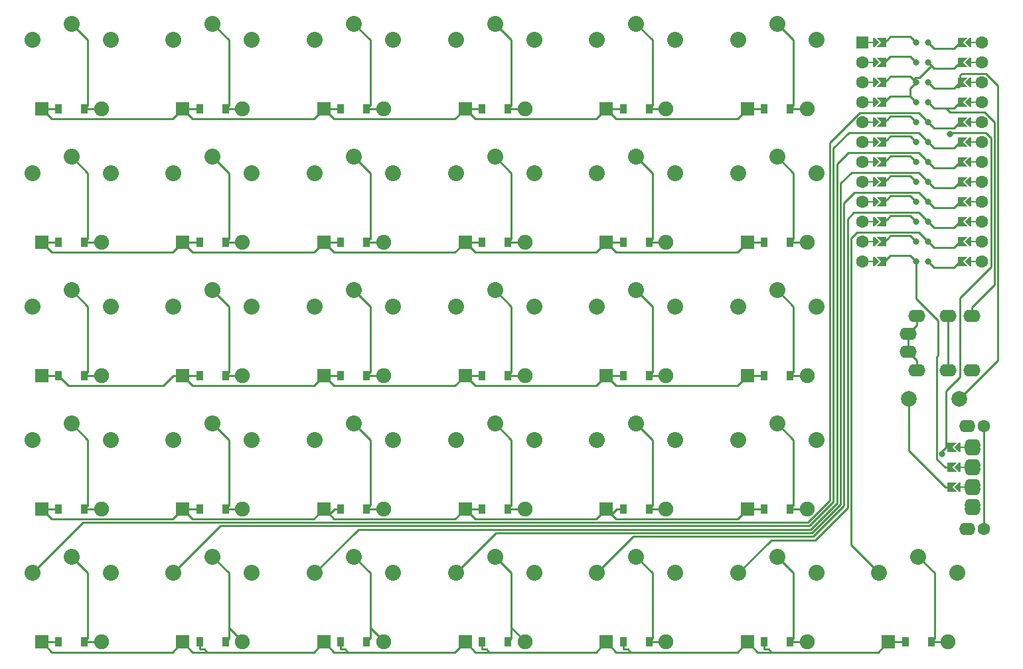
<source format=gbr>
%TF.GenerationSoftware,KiCad,Pcbnew,6.0.11-2627ca5db0~126~ubuntu22.04.1*%
%TF.CreationDate,2023-07-07T16:44:54-07:00*%
%TF.ProjectId,swirl,73776972-6c2e-46b6-9963-61645f706362,v1.0.0*%
%TF.SameCoordinates,Original*%
%TF.FileFunction,Copper,L1,Top*%
%TF.FilePolarity,Positive*%
%FSLAX46Y46*%
G04 Gerber Fmt 4.6, Leading zero omitted, Abs format (unit mm)*
G04 Created by KiCad (PCBNEW 6.0.11-2627ca5db0~126~ubuntu22.04.1) date 2023-07-07 16:44:54*
%MOMM*%
%LPD*%
G01*
G04 APERTURE LIST*
G04 Aperture macros list*
%AMFreePoly0*
4,1,6,0.600000,0.200000,0.000000,-0.400000,-0.600000,0.200000,-0.600000,0.400000,0.600000,0.400000,0.600000,0.200000,0.600000,0.200000,$1*%
%AMFreePoly1*
4,1,5,0.125000,-0.500000,-0.125000,-0.500000,-0.125000,0.500000,0.125000,0.500000,0.125000,-0.500000,0.125000,-0.500000,$1*%
%AMFreePoly2*
4,1,6,0.600000,-0.250000,-0.600000,-0.250000,-0.600000,1.000000,0.000000,0.400000,0.600000,1.000000,0.600000,-0.250000,0.600000,-0.250000,$1*%
%AMFreePoly3*
4,1,6,0.600000,-0.200000,0.600000,-0.400000,-0.600000,-0.400000,-0.600000,-0.200000,0.000000,0.400000,0.600000,-0.200000,0.600000,-0.200000,$1*%
%AMFreePoly4*
4,1,6,0.600000,-1.000000,0.000000,-0.400000,-0.600000,-1.000000,-0.600000,0.250000,0.600000,0.250000,0.600000,-1.000000,0.600000,-1.000000,$1*%
G04 Aperture macros list end*
%TA.AperFunction,ComponentPad*%
%ADD10O,2.200000X1.600000*%
%TD*%
%TA.AperFunction,ComponentPad*%
%ADD11C,2.000000*%
%TD*%
%TA.AperFunction,ComponentPad*%
%ADD12C,2.032000*%
%TD*%
%TA.AperFunction,ComponentPad*%
%ADD13R,1.778000X1.778000*%
%TD*%
%TA.AperFunction,SMDPad,CuDef*%
%ADD14R,0.900000X1.200000*%
%TD*%
%TA.AperFunction,ComponentPad*%
%ADD15C,1.905000*%
%TD*%
%TA.AperFunction,SMDPad,CuDef*%
%ADD16FreePoly0,270.000000*%
%TD*%
%TA.AperFunction,ComponentPad*%
%ADD17O,2.100000X1.600000*%
%TD*%
%TA.AperFunction,SMDPad,CuDef*%
%ADD18FreePoly1,270.000000*%
%TD*%
%TA.AperFunction,SMDPad,CuDef*%
%ADD19FreePoly2,270.000000*%
%TD*%
%TA.AperFunction,ComponentPad*%
%ADD20C,1.600000*%
%TD*%
%TA.AperFunction,SMDPad,CuDef*%
%ADD21FreePoly3,90.000000*%
%TD*%
%TA.AperFunction,SMDPad,CuDef*%
%ADD22FreePoly1,90.000000*%
%TD*%
%TA.AperFunction,SMDPad,CuDef*%
%ADD23FreePoly3,270.000000*%
%TD*%
%TA.AperFunction,ComponentPad*%
%ADD24R,1.600000X1.600000*%
%TD*%
%TA.AperFunction,SMDPad,CuDef*%
%ADD25FreePoly4,90.000000*%
%TD*%
%TA.AperFunction,SMDPad,CuDef*%
%ADD26FreePoly4,270.000000*%
%TD*%
%TA.AperFunction,ViaPad*%
%ADD27C,0.800000*%
%TD*%
%TA.AperFunction,Conductor*%
%ADD28C,0.250000*%
%TD*%
G04 APERTURE END LIST*
D10*
%TO.P,TRRS1,1*%
%TO.N,GND*%
X106700000Y32000000D03*
X106700000Y34300000D03*
%TO.P,TRRS1,2*%
X107800000Y29700000D03*
X107800000Y36600000D03*
%TO.P,TRRS1,3*%
%TO.N,P0*%
X111800000Y36600000D03*
X111800000Y29700000D03*
%TO.P,TRRS1,4*%
%TO.N,VCC*%
X114800000Y36600000D03*
X114800000Y29700000D03*
%TD*%
D11*
%TO.P,B1,1*%
%TO.N,GND*%
X106750000Y26000000D03*
%TO.P,B1,2*%
%TO.N,RST*%
X113250000Y26000000D03*
%TD*%
D12*
%TO.P,S25,1*%
%TO.N,SCLK*%
X67000000Y71800000D03*
X77000000Y71800000D03*
%TO.P,S25,2*%
%TO.N,index_num*%
X72000000Y73900000D03*
X72000000Y73900000D03*
%TD*%
D13*
%TO.P,D9,1*%
%TO.N,P5*%
X14190000Y46000000D03*
D14*
X16350000Y46000000D03*
%TO.P,D9,2*%
%TO.N,pinky_top*%
X19650000Y46000000D03*
D15*
X21810000Y46000000D03*
%TD*%
D12*
%TO.P,S8,1*%
%TO.N,P20*%
X23000000Y37800000D03*
X13000000Y37800000D03*
%TO.P,S8,2*%
%TO.N,pinky_home*%
X18000000Y39900000D03*
X18000000Y39900000D03*
%TD*%
D14*
%TO.P,D8,1*%
%TO.N,P6*%
X16350000Y29000000D03*
D13*
X14190000Y29000000D03*
D14*
%TO.P,D8,2*%
%TO.N,pinky_home*%
X19650000Y29000000D03*
D15*
X21810000Y29000000D03*
%TD*%
D14*
%TO.P,D1,1*%
%TO.N,P8*%
X-1650000Y-5000000D03*
D13*
X-3810000Y-5000000D03*
D14*
%TO.P,D1,2*%
%TO.N,outer_mod*%
X1650000Y-5000000D03*
D15*
X3810000Y-5000000D03*
%TD*%
D14*
%TO.P,D18,1*%
%TO.N,P6*%
X52350000Y29000000D03*
D13*
X50190000Y29000000D03*
D14*
%TO.P,D18,2*%
%TO.N,middle_home*%
X55650000Y29000000D03*
D15*
X57810000Y29000000D03*
%TD*%
D14*
%TO.P,D16,1*%
%TO.N,P8*%
X52350000Y-5000000D03*
D13*
X50190000Y-5000000D03*
D15*
%TO.P,D16,2*%
%TO.N,middle_mod*%
X57810000Y-5000000D03*
D14*
X55650000Y-5000000D03*
%TD*%
D12*
%TO.P,S30,1*%
%TO.N,MISO*%
X85000000Y71800000D03*
X95000000Y71800000D03*
%TO.P,S30,2*%
%TO.N,inner_num*%
X90000000Y73900000D03*
X90000000Y73900000D03*
%TD*%
D16*
%TO.P,EN1,*%
%TO.N,*%
X113000000Y19810000D03*
D17*
X114875000Y14992000D03*
X114875000Y17532000D03*
X114875000Y20072000D03*
X114875000Y14468000D03*
X114875000Y19548000D03*
D18*
X113508000Y19810000D03*
D16*
X113000000Y14730000D03*
D17*
X114875000Y11928000D03*
D18*
X113508000Y14730000D03*
D16*
X113000000Y17270000D03*
D18*
X113508000Y17270000D03*
D17*
X114875000Y12452000D03*
X114875000Y17008000D03*
D19*
%TO.P,EN1,A*%
%TO.N,SDA*%
X111984000Y19810000D03*
%TO.P,EN1,B*%
%TO.N,P9*%
X111984000Y17270000D03*
%TO.P,EN1,GND*%
%TO.N,GND*%
X111984000Y14730000D03*
D20*
%TO.P,EN1,S1*%
%TO.N,P1*%
X116350000Y9452000D03*
X116350000Y22548000D03*
D17*
%TO.P,EN1,S2*%
%TO.N,P10*%
X114250000Y9452000D03*
X114250000Y22548000D03*
%TD*%
D13*
%TO.P,D4,1*%
%TO.N,P5*%
X-3810000Y46000000D03*
D14*
X-1650000Y46000000D03*
%TO.P,D4,2*%
%TO.N,outer_top*%
X1650000Y46000000D03*
D15*
X3810000Y46000000D03*
%TD*%
D12*
%TO.P,S21,1*%
%TO.N,SCLK*%
X67000000Y3800000D03*
X77000000Y3800000D03*
%TO.P,S21,2*%
%TO.N,index_mod*%
X72000000Y5900000D03*
X72000000Y5900000D03*
%TD*%
D14*
%TO.P,D31,1*%
%TO.N,P8*%
X106350000Y-5000000D03*
D13*
X104190000Y-5000000D03*
D15*
%TO.P,D31,2*%
%TO.N,extraInner_mod*%
X111810000Y-5000000D03*
D14*
X109650000Y-5000000D03*
%TD*%
D12*
%TO.P,S22,1*%
%TO.N,SCLK*%
X77000000Y20800000D03*
X67000000Y20800000D03*
%TO.P,S22,2*%
%TO.N,index_bottom*%
X72000000Y22900000D03*
X72000000Y22900000D03*
%TD*%
D14*
%TO.P,D6,1*%
%TO.N,P8*%
X16350000Y-5000000D03*
D13*
X14190000Y-5000000D03*
D15*
%TO.P,D6,2*%
%TO.N,pinky_mod*%
X21810000Y-5000000D03*
D14*
X19650000Y-5000000D03*
%TD*%
D12*
%TO.P,S3,1*%
%TO.N,P21*%
X-5000000Y37800000D03*
X5000000Y37800000D03*
%TO.P,S3,2*%
%TO.N,outer_home*%
X0Y39900000D03*
X0Y39900000D03*
%TD*%
D13*
%TO.P,D29,1*%
%TO.N,P5*%
X86190000Y46000000D03*
D14*
X88350000Y46000000D03*
%TO.P,D29,2*%
%TO.N,inner_top*%
X91650000Y46000000D03*
D15*
X93810000Y46000000D03*
%TD*%
D14*
%TO.P,D23,1*%
%TO.N,P6*%
X70350000Y29000000D03*
D13*
X68190000Y29000000D03*
D14*
%TO.P,D23,2*%
%TO.N,index_home*%
X73650000Y29000000D03*
D15*
X75810000Y29000000D03*
%TD*%
D14*
%TO.P,D3,1*%
%TO.N,P6*%
X-1650000Y29000000D03*
D13*
X-3810000Y29000000D03*
D14*
%TO.P,D3,2*%
%TO.N,outer_home*%
X1650000Y29000000D03*
D15*
X3810000Y29000000D03*
%TD*%
D12*
%TO.P,S31,1*%
%TO.N,MOSI*%
X113000000Y3800000D03*
X103000000Y3800000D03*
%TO.P,S31,2*%
%TO.N,extraInner_mod*%
X108000000Y5900000D03*
X108000000Y5900000D03*
%TD*%
D14*
%TO.P,D15,1*%
%TO.N,P4*%
X34350000Y63000000D03*
D13*
X32190000Y63000000D03*
D15*
%TO.P,D15,2*%
%TO.N,ring_num*%
X39810000Y63000000D03*
D14*
X37650000Y63000000D03*
%TD*%
D12*
%TO.P,S6,1*%
%TO.N,P20*%
X13000000Y3800000D03*
X23000000Y3800000D03*
%TO.P,S6,2*%
%TO.N,pinky_mod*%
X18000000Y5900000D03*
X18000000Y5900000D03*
%TD*%
%TO.P,S14,1*%
%TO.N,P19*%
X41000000Y54800000D03*
X31000000Y54800000D03*
%TO.P,S14,2*%
%TO.N,ring_top*%
X36000000Y56900000D03*
X36000000Y56900000D03*
%TD*%
%TO.P,S4,1*%
%TO.N,P21*%
X5000000Y54800000D03*
X-5000000Y54800000D03*
%TO.P,S4,2*%
%TO.N,outer_top*%
X0Y56900000D03*
X0Y56900000D03*
%TD*%
D14*
%TO.P,D27,1*%
%TO.N,P7*%
X88350000Y12000000D03*
D13*
X86190000Y12000000D03*
D15*
%TO.P,D27,2*%
%TO.N,inner_bottom*%
X93810000Y12000000D03*
D14*
X91650000Y12000000D03*
%TD*%
D12*
%TO.P,S24,1*%
%TO.N,SCLK*%
X77000000Y54800000D03*
X67000000Y54800000D03*
%TO.P,S24,2*%
%TO.N,index_top*%
X72000000Y56900000D03*
X72000000Y56900000D03*
%TD*%
D14*
%TO.P,D24,1*%
%TO.N,P5*%
X70350000Y46000000D03*
D13*
X68190000Y46000000D03*
D14*
%TO.P,D24,2*%
%TO.N,index_top*%
X73650000Y46000000D03*
D15*
X75810000Y46000000D03*
%TD*%
D14*
%TO.P,D13,1*%
%TO.N,P6*%
X34350000Y29000000D03*
D13*
X32190000Y29000000D03*
D14*
%TO.P,D13,2*%
%TO.N,ring_home*%
X37650000Y29000000D03*
D15*
X39810000Y29000000D03*
%TD*%
D12*
%TO.P,S9,1*%
%TO.N,P20*%
X13000000Y54800000D03*
X23000000Y54800000D03*
%TO.P,S9,2*%
%TO.N,pinky_top*%
X18000000Y56900000D03*
X18000000Y56900000D03*
%TD*%
%TO.P,S1,1*%
%TO.N,P21*%
X5000000Y3800000D03*
X-5000000Y3800000D03*
%TO.P,S1,2*%
%TO.N,outer_mod*%
X0Y5900000D03*
X0Y5900000D03*
%TD*%
D13*
%TO.P,D2,1*%
%TO.N,P7*%
X-3810000Y12000000D03*
D14*
X-1650000Y12000000D03*
D15*
%TO.P,D2,2*%
%TO.N,outer_bottom*%
X3810000Y12000000D03*
D14*
X1650000Y12000000D03*
%TD*%
D12*
%TO.P,S5,1*%
%TO.N,P21*%
X5000000Y71800000D03*
X-5000000Y71800000D03*
%TO.P,S5,2*%
%TO.N,outer_num*%
X0Y73900000D03*
X0Y73900000D03*
%TD*%
D13*
%TO.P,D11,1*%
%TO.N,P8*%
X32190000Y-5000000D03*
D14*
X34350000Y-5000000D03*
D15*
%TO.P,D11,2*%
%TO.N,ring_mod*%
X39810000Y-5000000D03*
D14*
X37650000Y-5000000D03*
%TD*%
D13*
%TO.P,D30,1*%
%TO.N,P4*%
X86190000Y63000000D03*
D14*
X88350000Y63000000D03*
D15*
%TO.P,D30,2*%
%TO.N,inner_num*%
X93810000Y63000000D03*
D14*
X91650000Y63000000D03*
%TD*%
D12*
%TO.P,S20,1*%
%TO.N,P18*%
X49000000Y71800000D03*
X59000000Y71800000D03*
%TO.P,S20,2*%
%TO.N,middle_num*%
X54000000Y73900000D03*
X54000000Y73900000D03*
%TD*%
%TO.P,S19,1*%
%TO.N,P18*%
X49000000Y54800000D03*
X59000000Y54800000D03*
%TO.P,S19,2*%
%TO.N,middle_top*%
X54000000Y56900000D03*
X54000000Y56900000D03*
%TD*%
%TO.P,S23,1*%
%TO.N,SCLK*%
X77000000Y37800000D03*
X67000000Y37800000D03*
%TO.P,S23,2*%
%TO.N,index_home*%
X72000000Y39900000D03*
X72000000Y39900000D03*
%TD*%
D14*
%TO.P,D25,1*%
%TO.N,P4*%
X70350000Y63000000D03*
D13*
X68190000Y63000000D03*
D14*
%TO.P,D25,2*%
%TO.N,index_num*%
X73650000Y63000000D03*
D15*
X75810000Y63000000D03*
%TD*%
D14*
%TO.P,D28,1*%
%TO.N,P6*%
X88350000Y29000000D03*
D13*
X86190000Y29000000D03*
D15*
%TO.P,D28,2*%
%TO.N,inner_home*%
X93810000Y29000000D03*
D14*
X91650000Y29000000D03*
%TD*%
D12*
%TO.P,S26,1*%
%TO.N,MISO*%
X95000000Y3800000D03*
X85000000Y3800000D03*
%TO.P,S26,2*%
%TO.N,inner_mod*%
X90000000Y5900000D03*
X90000000Y5900000D03*
%TD*%
%TO.P,S18,1*%
%TO.N,P18*%
X49000000Y37800000D03*
X59000000Y37800000D03*
%TO.P,S18,2*%
%TO.N,middle_home*%
X54000000Y39900000D03*
X54000000Y39900000D03*
%TD*%
%TO.P,S28,1*%
%TO.N,MISO*%
X95000000Y37800000D03*
X85000000Y37800000D03*
%TO.P,S28,2*%
%TO.N,inner_home*%
X90000000Y39900000D03*
X90000000Y39900000D03*
%TD*%
%TO.P,S10,1*%
%TO.N,P20*%
X23000000Y71800000D03*
X13000000Y71800000D03*
%TO.P,S10,2*%
%TO.N,pinky_num*%
X18000000Y73900000D03*
X18000000Y73900000D03*
%TD*%
D14*
%TO.P,D20,1*%
%TO.N,P4*%
X52350000Y63000000D03*
D13*
X50190000Y63000000D03*
D14*
%TO.P,D20,2*%
%TO.N,middle_num*%
X55650000Y63000000D03*
D15*
X57810000Y63000000D03*
%TD*%
D12*
%TO.P,S27,1*%
%TO.N,MISO*%
X85000000Y20800000D03*
X95000000Y20800000D03*
%TO.P,S27,2*%
%TO.N,inner_bottom*%
X90000000Y22900000D03*
X90000000Y22900000D03*
%TD*%
D14*
%TO.P,D12,1*%
%TO.N,P7*%
X34350000Y12000000D03*
D13*
X32190000Y12000000D03*
D14*
%TO.P,D12,2*%
%TO.N,ring_bottom*%
X37650000Y12000000D03*
D15*
X39810000Y12000000D03*
%TD*%
D13*
%TO.P,D14,1*%
%TO.N,P5*%
X32190000Y46000000D03*
D14*
X34350000Y46000000D03*
%TO.P,D14,2*%
%TO.N,ring_top*%
X37650000Y46000000D03*
D15*
X39810000Y46000000D03*
%TD*%
D14*
%TO.P,D5,1*%
%TO.N,P4*%
X-1650000Y63000000D03*
D13*
X-3810000Y63000000D03*
D14*
%TO.P,D5,2*%
%TO.N,outer_num*%
X1650000Y63000000D03*
D15*
X3810000Y63000000D03*
%TD*%
D12*
%TO.P,S7,1*%
%TO.N,P20*%
X23000000Y20800000D03*
X13000000Y20800000D03*
%TO.P,S7,2*%
%TO.N,pinky_bottom*%
X18000000Y22900000D03*
X18000000Y22900000D03*
%TD*%
D14*
%TO.P,D22,1*%
%TO.N,P7*%
X70350000Y12000000D03*
D13*
X68190000Y12000000D03*
D14*
%TO.P,D22,2*%
%TO.N,index_bottom*%
X73650000Y12000000D03*
D15*
X75810000Y12000000D03*
%TD*%
D14*
%TO.P,D7,1*%
%TO.N,P7*%
X16350000Y12000000D03*
D13*
X14190000Y12000000D03*
D15*
%TO.P,D7,2*%
%TO.N,pinky_bottom*%
X21810000Y12000000D03*
D14*
X19650000Y12000000D03*
%TD*%
%TO.P,D26,1*%
%TO.N,P8*%
X88350000Y-5000000D03*
D13*
X86190000Y-5000000D03*
D15*
%TO.P,D26,2*%
%TO.N,inner_mod*%
X93810000Y-5000000D03*
D14*
X91650000Y-5000000D03*
%TD*%
D13*
%TO.P,D17,1*%
%TO.N,P7*%
X50190000Y12000000D03*
D14*
X52350000Y12000000D03*
D15*
%TO.P,D17,2*%
%TO.N,middle_bottom*%
X57810000Y12000000D03*
D14*
X55650000Y12000000D03*
%TD*%
%TO.P,D10,1*%
%TO.N,P4*%
X16350000Y63000000D03*
D13*
X14190000Y63000000D03*
D14*
%TO.P,D10,2*%
%TO.N,pinky_num*%
X19650000Y63000000D03*
D15*
X21810000Y63000000D03*
%TD*%
D13*
%TO.P,D21,1*%
%TO.N,P8*%
X68190000Y-5000000D03*
D14*
X70350000Y-5000000D03*
%TO.P,D21,2*%
%TO.N,index_mod*%
X73650000Y-5000000D03*
D15*
X75810000Y-5000000D03*
%TD*%
D12*
%TO.P,S12,1*%
%TO.N,P19*%
X41000000Y20800000D03*
X31000000Y20800000D03*
%TO.P,S12,2*%
%TO.N,ring_bottom*%
X36000000Y22900000D03*
X36000000Y22900000D03*
%TD*%
%TO.P,S29,1*%
%TO.N,MISO*%
X95000000Y54800000D03*
X85000000Y54800000D03*
%TO.P,S29,2*%
%TO.N,inner_top*%
X90000000Y56900000D03*
X90000000Y56900000D03*
%TD*%
%TO.P,S13,1*%
%TO.N,P19*%
X31000000Y37800000D03*
X41000000Y37800000D03*
%TO.P,S13,2*%
%TO.N,ring_home*%
X36000000Y39900000D03*
X36000000Y39900000D03*
%TD*%
%TO.P,S11,1*%
%TO.N,P19*%
X41000000Y3800000D03*
X31000000Y3800000D03*
%TO.P,S11,2*%
%TO.N,ring_mod*%
X36000000Y5900000D03*
X36000000Y5900000D03*
%TD*%
%TO.P,S2,1*%
%TO.N,P21*%
X5000000Y20800000D03*
X-5000000Y20800000D03*
%TO.P,S2,2*%
%TO.N,outer_bottom*%
X0Y22900000D03*
X0Y22900000D03*
%TD*%
%TO.P,S15,1*%
%TO.N,P19*%
X31000000Y71800000D03*
X41000000Y71800000D03*
%TO.P,S15,2*%
%TO.N,ring_num*%
X36000000Y73900000D03*
X36000000Y73900000D03*
%TD*%
D14*
%TO.P,D19,1*%
%TO.N,P5*%
X52350000Y46000000D03*
D13*
X50190000Y46000000D03*
D15*
%TO.P,D19,2*%
%TO.N,middle_top*%
X57810000Y46000000D03*
D14*
X55650000Y46000000D03*
%TD*%
D12*
%TO.P,S17,1*%
%TO.N,P18*%
X59000000Y20800000D03*
X49000000Y20800000D03*
%TO.P,S17,2*%
%TO.N,middle_bottom*%
X54000000Y22900000D03*
X54000000Y22900000D03*
%TD*%
%TO.P,S16,1*%
%TO.N,P18*%
X59000000Y3800000D03*
X49000000Y3800000D03*
%TO.P,S16,2*%
%TO.N,middle_mod*%
X54000000Y5900000D03*
X54000000Y5900000D03*
%TD*%
D21*
%TO.P,MCU1,*%
%TO.N,*%
X114342000Y46070000D03*
D22*
X114850000Y66390000D03*
D21*
X114342000Y48610000D03*
D23*
X102658000Y63850000D03*
D18*
X102150000Y46070000D03*
X102150000Y61310000D03*
D20*
X116120000Y53690000D03*
D18*
X102150000Y51150000D03*
D20*
X116120000Y66390000D03*
D23*
X102658000Y68930000D03*
X102658000Y61310000D03*
D21*
X114342000Y68930000D03*
X114342000Y58770000D03*
D22*
X114850000Y56230000D03*
D20*
X100880000Y43530000D03*
X100880000Y46070000D03*
X100880000Y56230000D03*
X100880000Y58770000D03*
D22*
X114850000Y43530000D03*
D23*
X102658000Y53690000D03*
D22*
X114850000Y63850000D03*
D18*
X102150000Y68930000D03*
D20*
X100880000Y63850000D03*
D21*
X114342000Y63850000D03*
D20*
X116120000Y63850000D03*
D18*
X102150000Y66390000D03*
D20*
X100880000Y51150000D03*
D21*
X114342000Y51150000D03*
D22*
X114850000Y61310000D03*
D21*
X114342000Y66390000D03*
D23*
X102658000Y48610000D03*
D20*
X116120000Y61310000D03*
D23*
X102658000Y46070000D03*
D20*
X100880000Y53690000D03*
D21*
X114342000Y71470000D03*
X114342000Y53690000D03*
D20*
X116120000Y71470000D03*
D18*
X102150000Y43530000D03*
D20*
X116120000Y43530000D03*
X100880000Y61310000D03*
X116120000Y48610000D03*
D23*
X102658000Y51150000D03*
D22*
X114850000Y46070000D03*
D18*
X102150000Y48610000D03*
X102150000Y71470000D03*
D22*
X114850000Y51150000D03*
D21*
X114342000Y61310000D03*
D22*
X114850000Y71470000D03*
D18*
X102150000Y63850000D03*
D22*
X114850000Y53690000D03*
D20*
X116120000Y56230000D03*
D24*
X100880000Y71470000D03*
D18*
X102150000Y56230000D03*
X102150000Y58770000D03*
D20*
X100880000Y68930000D03*
D18*
X102150000Y53690000D03*
D23*
X102658000Y71470000D03*
X102658000Y66390000D03*
D22*
X114850000Y58770000D03*
D23*
X102658000Y58770000D03*
X102658000Y43530000D03*
D20*
X100880000Y66390000D03*
X100880000Y71470000D03*
X116120000Y58770000D03*
X100880000Y48610000D03*
D23*
X102658000Y56230000D03*
D20*
X116120000Y51150000D03*
D21*
X114342000Y43530000D03*
D20*
X116120000Y68930000D03*
X116120000Y46070000D03*
D21*
X114342000Y56230000D03*
D22*
X114850000Y68930000D03*
X114850000Y48610000D03*
D25*
%TO.P,MCU1,1*%
%TO.N,RAW*%
X113326000Y71470000D03*
%TO.P,MCU1,2*%
%TO.N,GND*%
X113326000Y68930000D03*
%TO.P,MCU1,3*%
%TO.N,RST*%
X113326000Y66390000D03*
%TO.P,MCU1,4*%
%TO.N,VCC*%
X113326000Y63850000D03*
%TO.P,MCU1,5*%
%TO.N,P21*%
X113326000Y61310000D03*
%TO.P,MCU1,6*%
%TO.N,P20*%
X113326000Y58770000D03*
%TO.P,MCU1,7*%
%TO.N,P19*%
X113326000Y56230000D03*
%TO.P,MCU1,8*%
%TO.N,P18*%
X113326000Y53690000D03*
%TO.P,MCU1,9*%
%TO.N,SCLK*%
X113326000Y51150000D03*
%TO.P,MCU1,10*%
%TO.N,MISO*%
X113326000Y48610000D03*
%TO.P,MCU1,11*%
%TO.N,MOSI*%
X113326000Y46070000D03*
%TO.P,MCU1,12*%
%TO.N,P10*%
X113326000Y43530000D03*
D26*
%TO.P,MCU1,13*%
%TO.N,P9*%
X103674000Y43530000D03*
%TO.P,MCU1,14*%
%TO.N,P8*%
X103674000Y46070000D03*
%TO.P,MCU1,15*%
%TO.N,P7*%
X103674000Y48610000D03*
%TO.P,MCU1,16*%
%TO.N,P6*%
X103674000Y51150000D03*
%TO.P,MCU1,17*%
%TO.N,P5*%
X103674000Y53690000D03*
%TO.P,MCU1,18*%
%TO.N,P4*%
X103674000Y56230000D03*
%TO.P,MCU1,19*%
%TO.N,SCL*%
X103674000Y58770000D03*
%TO.P,MCU1,20*%
%TO.N,SDA*%
X103674000Y61310000D03*
%TO.P,MCU1,21*%
%TO.N,GND*%
X103674000Y63850000D03*
%TO.P,MCU1,22*%
X103674000Y66390000D03*
%TO.P,MCU1,23*%
%TO.N,P0*%
X103674000Y68930000D03*
%TO.P,MCU1,24*%
%TO.N,P1*%
X103674000Y71470000D03*
%TD*%
D27*
%TO.N,P10*%
X109262000Y43530000D03*
%TO.N,VCC*%
X109262000Y63850000D03*
%TO.N,RST*%
X109262000Y66390000D03*
%TO.N,GND*%
X107738000Y63850000D03*
X107738000Y66390000D03*
X109262000Y68930000D03*
%TO.N,RAW*%
X109262000Y71470000D03*
%TO.N,P9*%
X107738000Y43530000D03*
%TO.N,SCL*%
X107738000Y58770000D03*
%TO.N,SDA*%
X107738000Y61310000D03*
X111047000Y18969200D03*
X112038000Y59787300D03*
%TO.N,P0*%
X107738000Y68930000D03*
%TO.N,P1*%
X107738000Y71470000D03*
%TO.N,P4*%
X107738000Y56230000D03*
%TO.N,P5*%
X107738000Y53690000D03*
%TO.N,P6*%
X107738000Y51150000D03*
%TO.N,P7*%
X107738000Y48610000D03*
%TO.N,P8*%
X107738000Y46070000D03*
%TO.N,MOSI*%
X109262000Y46070000D03*
%TO.N,MISO*%
X109262000Y48610000D03*
%TO.N,SCLK*%
X109262000Y51150000D03*
%TO.N,P18*%
X109262000Y53690000D03*
%TO.N,P19*%
X109262000Y56230000D03*
%TO.N,P20*%
X109262000Y58770000D03*
%TO.N,P21*%
X109262000Y61310000D03*
%TD*%
D28*
%TO.N,P10*%
X112560000Y42764000D02*
X113326000Y43530000D01*
X110028000Y42764000D02*
X112560000Y42764000D01*
X109262000Y43530000D02*
X110028000Y42764000D01*
%TO.N,VCC*%
X110028000Y63084000D02*
X111565300Y63084000D01*
X109262000Y63850000D02*
X110028000Y63084000D01*
X112560000Y63084000D02*
X113326000Y63850000D01*
X111565300Y63084000D02*
X112560000Y63084000D01*
X114800000Y36600000D02*
X114800000Y37726900D01*
X112069300Y62580000D02*
X111565300Y63084000D01*
X116474500Y62580000D02*
X112069300Y62580000D01*
X117698900Y61355600D02*
X116474500Y62580000D01*
X117698900Y40625800D02*
X117698900Y61355600D01*
X114800000Y37726900D02*
X117698900Y40625800D01*
%TO.N,RST*%
X112726000Y65789900D02*
X113196000Y65789900D01*
X112560000Y65624000D02*
X112726000Y65789900D01*
X110028000Y65624000D02*
X112560000Y65624000D01*
X109262000Y66390000D02*
X110028000Y65624000D01*
X113326000Y66390000D02*
X112726000Y65789900D01*
X113326000Y66390000D02*
X113326000Y67316900D01*
X113526000Y67516900D02*
X113326000Y67316900D01*
X116618200Y67516900D02*
X113526000Y67516900D01*
X118150800Y65984300D02*
X116618200Y67516900D01*
X118150800Y30900800D02*
X118150800Y65984300D01*
X113250000Y26000000D02*
X118150800Y30900800D01*
%TO.N,GND*%
X104051000Y66760800D02*
X103668000Y66377800D01*
X103846000Y64015900D02*
X103668000Y63837800D01*
X107729000Y66380900D02*
X107348000Y66762400D01*
X107738000Y66390000D02*
X107729000Y66380900D01*
X104434000Y64603800D02*
X103846000Y64015900D01*
X106966000Y64603800D02*
X104434000Y64603800D01*
X104045000Y66760800D02*
X103674000Y66390000D01*
X104051000Y66760800D02*
X104045000Y66760800D01*
X104434000Y67143800D02*
X104051000Y66760800D01*
X106966000Y67143800D02*
X104434000Y67143800D01*
X107348000Y66762400D02*
X106966000Y67143800D01*
X107800000Y30900000D02*
X106700000Y32000000D01*
X107800000Y29700000D02*
X107800000Y30900000D01*
X112560000Y68164000D02*
X113326000Y68930000D01*
X110028000Y68164000D02*
X112560000Y68164000D01*
X109645000Y68547000D02*
X110028000Y68164000D01*
X106700000Y34300000D02*
X106700000Y32000000D01*
X103840000Y64015900D02*
X103674000Y63850000D01*
X103846000Y64015900D02*
X103840000Y64015900D01*
X107601000Y67015500D02*
X107348000Y66762400D01*
X108114000Y67015500D02*
X107601000Y67015500D01*
X109645000Y68547000D02*
X108114000Y67015500D01*
X107800000Y35400000D02*
X106700000Y34300000D01*
X107800000Y36600000D02*
X107800000Y35400000D01*
X109262000Y68930000D02*
X109645000Y68547000D01*
X106966000Y65614900D02*
X106966000Y64603800D01*
X107730000Y66379400D02*
X106966000Y65614900D01*
X107729000Y66380900D02*
X107730000Y66379400D01*
X107729000Y63840900D02*
X106966000Y64603800D01*
X107738000Y63850000D02*
X107729000Y63840900D01*
X106750000Y19387100D02*
X111407100Y14730000D01*
X106750000Y26000000D02*
X106750000Y19387100D01*
X111984000Y14730000D02*
X111407100Y14730000D01*
%TO.N,RAW*%
X112560000Y70704000D02*
X113326000Y71470000D01*
X110028000Y70704000D02*
X112560000Y70704000D01*
X109262000Y71470000D02*
X110028000Y70704000D01*
%TO.N,P9*%
X103846000Y43695900D02*
X103668000Y43517800D01*
X103840000Y43695900D02*
X103674000Y43530000D01*
X103846000Y43695900D02*
X103840000Y43695900D01*
X107738000Y43530000D02*
X107729000Y43520900D01*
X104434000Y44283800D02*
X103846000Y43695900D01*
X106966000Y44283800D02*
X104434000Y44283800D01*
X107729000Y43520900D02*
X106966000Y44283800D01*
X111984000Y17270000D02*
X111407100Y17270000D01*
X107729000Y38777300D02*
X107729000Y43520900D01*
X110495800Y36010500D02*
X107729000Y38777300D01*
X110495800Y31572800D02*
X110495800Y36010500D01*
X110319200Y31396200D02*
X110495800Y31572800D01*
X110319200Y18357900D02*
X110319200Y31396200D01*
X111407100Y17270000D02*
X110319200Y18357900D01*
%TO.N,SCL*%
X104051000Y59140800D02*
X103668000Y58757800D01*
X104434000Y59523800D02*
X104051000Y59140800D01*
X106966000Y59523800D02*
X104434000Y59523800D01*
X107349000Y59140800D02*
X106966000Y59523800D01*
X107732000Y58757800D02*
X107349000Y59140800D01*
X107367000Y59140800D02*
X107738000Y58770000D01*
X107349000Y59140800D02*
X107367000Y59140800D01*
X104045000Y59140800D02*
X103674000Y58770000D01*
X104051000Y59140800D02*
X104045000Y59140800D01*
%TO.N,SDA*%
X107738000Y61310000D02*
X107729000Y61300900D01*
X107729000Y61300900D02*
X107732000Y61297800D01*
X104051000Y61680800D02*
X103668000Y61297800D01*
X104434000Y62063800D02*
X104051000Y61680800D01*
X106966000Y62063800D02*
X104434000Y62063800D01*
X107729000Y61300900D02*
X106966000Y62063800D01*
X104045000Y61680800D02*
X103674000Y61310000D01*
X104051000Y61680800D02*
X104045000Y61680800D01*
X111984000Y19810000D02*
X111520500Y19810000D01*
X112185800Y59935100D02*
X112038000Y59787300D01*
X116603600Y59935100D02*
X112185800Y59935100D01*
X117247000Y59291700D02*
X116603600Y59935100D01*
X117247000Y42872700D02*
X117247000Y59291700D01*
X113300000Y38925700D02*
X117247000Y42872700D01*
X113300000Y28840800D02*
X113300000Y38925700D01*
X111520500Y27061300D02*
X113300000Y28840800D01*
X111520500Y19810000D02*
X111520500Y27061300D01*
X111047000Y19336500D02*
X111520500Y19810000D01*
X111047000Y18969200D02*
X111047000Y19336500D01*
%TO.N,P0*%
X103846000Y69095900D02*
X103668000Y68917800D01*
X103840000Y69095900D02*
X103674000Y68930000D01*
X103846000Y69095900D02*
X103840000Y69095900D01*
X104434000Y69683800D02*
X103846000Y69095900D01*
X106966000Y69683800D02*
X104434000Y69683800D01*
X107729000Y68920900D02*
X106966000Y69683800D01*
X107738000Y68930000D02*
X107729000Y68920900D01*
X111800000Y36600000D02*
X111800000Y35586500D01*
X111800000Y35586500D02*
X111800000Y30826900D01*
X111800000Y29700000D02*
X111800000Y30826900D01*
%TO.N,P1*%
X107367000Y71840800D02*
X107738000Y71470000D01*
X107349000Y71840800D02*
X107367000Y71840800D01*
X104045000Y71840800D02*
X103674000Y71470000D01*
X104051000Y71840800D02*
X104045000Y71840800D01*
X107732000Y71457800D02*
X107349000Y71840800D01*
X104434000Y72223800D02*
X104051000Y71840800D01*
X106966000Y72223800D02*
X104434000Y72223800D01*
X107349000Y71840800D02*
X106966000Y72223800D01*
X104051000Y71840800D02*
X103668000Y71457800D01*
X116350000Y22150000D02*
X116350000Y9452000D01*
X116350000Y22150000D02*
X116350000Y22548000D01*
%TO.N,P4*%
X68190000Y63000000D02*
X70350000Y63000000D01*
X104051000Y56600800D02*
X103668000Y56217800D01*
X50190000Y63000000D02*
X52350000Y63000000D01*
X-3810000Y63000000D02*
X-1650000Y63000000D01*
X66913000Y61723000D02*
X68190000Y63000000D01*
X51467000Y61723000D02*
X66913000Y61723000D01*
X50190000Y63000000D02*
X51467000Y61723000D01*
X104045000Y56600800D02*
X103674000Y56230000D01*
X104051000Y56600800D02*
X104045000Y56600800D01*
X32190000Y63000000D02*
X34350000Y63000000D01*
X12913000Y61723000D02*
X14190000Y63000000D01*
X-2533000Y61723000D02*
X12913000Y61723000D01*
X-3810000Y63000000D02*
X-2533000Y61723000D01*
X88350000Y63000000D02*
X86190000Y63000000D01*
X84913000Y61723000D02*
X86190000Y63000000D01*
X69467000Y61723000D02*
X84913000Y61723000D01*
X68190000Y63000000D02*
X69467000Y61723000D01*
X48913000Y61723000D02*
X50190000Y63000000D01*
X33467000Y61723000D02*
X48913000Y61723000D01*
X32190000Y63000000D02*
X33467000Y61723000D01*
X104434000Y56983800D02*
X104051000Y56600800D01*
X106966000Y56983800D02*
X104434000Y56983800D01*
X107729000Y56220900D02*
X106966000Y56983800D01*
X107738000Y56230000D02*
X107729000Y56220900D01*
X16350000Y63000000D02*
X14190000Y63000000D01*
X30913000Y61723000D02*
X32190000Y63000000D01*
X15467000Y61723000D02*
X30913000Y61723000D01*
X14190000Y63000000D02*
X15467000Y61723000D01*
%TO.N,P5*%
X12913000Y44723000D02*
X14190000Y46000000D01*
X-2533000Y44723000D02*
X12913000Y44723000D01*
X-3810000Y46000000D02*
X-2533000Y44723000D01*
X104051000Y54060800D02*
X103668000Y53677800D01*
X-1650000Y46000000D02*
X-3810000Y46000000D01*
X14190000Y46000000D02*
X16350000Y46000000D01*
X104045000Y54060800D02*
X103674000Y53690000D01*
X104051000Y54060800D02*
X104045000Y54060800D01*
X52350000Y46000000D02*
X50190000Y46000000D01*
X30913000Y44723000D02*
X32190000Y46000000D01*
X15467000Y44723000D02*
X30913000Y44723000D01*
X14190000Y46000000D02*
X15467000Y44723000D01*
X48913000Y44723000D02*
X50190000Y46000000D01*
X33467000Y44723000D02*
X48913000Y44723000D01*
X32190000Y46000000D02*
X33467000Y44723000D01*
X68190000Y46000000D02*
X70350000Y46000000D01*
X32190000Y46000000D02*
X34350000Y46000000D01*
X51467000Y44723000D02*
X50190000Y46000000D01*
X66913000Y44723000D02*
X51467000Y44723000D01*
X68190000Y46000000D02*
X66913000Y44723000D01*
X104434000Y54443800D02*
X104051000Y54060800D01*
X106966000Y54443800D02*
X104434000Y54443800D01*
X107729000Y53680900D02*
X106966000Y54443800D01*
X107738000Y53690000D02*
X107729000Y53680900D01*
X88350000Y46000000D02*
X86190000Y46000000D01*
X69467000Y44723000D02*
X68190000Y46000000D01*
X84913000Y44723000D02*
X69467000Y44723000D01*
X86190000Y46000000D02*
X84913000Y44723000D01*
%TO.N,P6*%
X16350000Y29000000D02*
X14190000Y29000000D01*
X104051000Y51520800D02*
X103668000Y51137800D01*
X104045000Y51520800D02*
X103674000Y51150000D01*
X104051000Y51520800D02*
X104045000Y51520800D01*
X48913000Y27723000D02*
X50190000Y29000000D01*
X33467000Y27723000D02*
X48913000Y27723000D01*
X32190000Y29000000D02*
X33467000Y27723000D01*
X30913000Y27723000D02*
X32190000Y29000000D01*
X15467000Y27723000D02*
X30913000Y27723000D01*
X14190000Y29000000D02*
X15467000Y27723000D01*
X52350000Y29000000D02*
X50190000Y29000000D01*
X88350000Y29000000D02*
X86190000Y29000000D01*
X84913000Y27723000D02*
X86190000Y29000000D01*
X69467000Y27723000D02*
X84913000Y27723000D01*
X68190000Y29000000D02*
X69467000Y27723000D01*
X104434000Y51903800D02*
X104051000Y51520800D01*
X106966000Y51903800D02*
X104434000Y51903800D01*
X107729000Y51140900D02*
X106966000Y51903800D01*
X107738000Y51150000D02*
X107729000Y51140900D01*
X66913000Y27723000D02*
X68190000Y29000000D01*
X51467000Y27723000D02*
X66913000Y27723000D01*
X50190000Y29000000D02*
X51467000Y27723000D01*
X34350000Y29000000D02*
X32190000Y29000000D01*
X68190000Y29000000D02*
X70350000Y29000000D01*
X-1650000Y29000000D02*
X-1681600Y28968400D01*
X-1713300Y29000000D02*
X-1681600Y28968400D01*
X-3810000Y29000000D02*
X-1713300Y29000000D01*
X12974100Y29000000D02*
X14190000Y29000000D01*
X11676600Y27702500D02*
X12974100Y29000000D01*
X-415800Y27702500D02*
X11676600Y27702500D01*
X-1681600Y28968400D02*
X-415800Y27702500D01*
%TO.N,P7*%
X104045000Y48980800D02*
X103674000Y48610000D01*
X104051000Y48980800D02*
X104045000Y48980800D01*
X104434000Y49363800D02*
X104051000Y48980800D01*
X106966000Y49363800D02*
X104434000Y49363800D01*
X107729000Y48600900D02*
X106966000Y49363800D01*
X107738000Y48610000D02*
X107729000Y48600900D01*
X-3810000Y12000000D02*
X-1650000Y12000000D01*
X104051000Y48980800D02*
X103668000Y48597800D01*
X33573100Y12000000D02*
X32934600Y11361500D01*
X34350000Y12000000D02*
X33573100Y12000000D01*
X86190000Y12000000D02*
X88350000Y12000000D01*
X14190000Y12000000D02*
X16350000Y12000000D01*
X52350000Y12000000D02*
X50190000Y12000000D01*
X12913000Y10723000D02*
X14190000Y12000000D01*
X-2533000Y10723000D02*
X12913000Y10723000D01*
X-3810000Y12000000D02*
X-2533000Y10723000D01*
X32828500Y11361500D02*
X32934600Y11361500D01*
X48913000Y10723000D02*
X50190000Y12000000D01*
X33467000Y10723000D02*
X48913000Y10723000D01*
X32828500Y11361500D02*
X33467000Y10723000D01*
X66913000Y10723000D02*
X67551500Y11361500D01*
X51467000Y10723000D02*
X66913000Y10723000D01*
X50190000Y12000000D02*
X51467000Y10723000D01*
X67551500Y11361500D02*
X68190000Y12000000D01*
X69573100Y12000000D02*
X68934600Y11361500D01*
X70350000Y12000000D02*
X69573100Y12000000D01*
X68934600Y11361500D02*
X68881600Y11308500D01*
X68190000Y12000000D02*
X68881600Y11308500D01*
X84913000Y10723000D02*
X86190000Y12000000D01*
X69467000Y10723000D02*
X84913000Y10723000D01*
X68881600Y11308500D02*
X69467000Y10723000D01*
X32190000Y12000000D02*
X32828500Y11361500D01*
X30913000Y10723000D02*
X31551500Y11361500D01*
X15467000Y10723000D02*
X30913000Y10723000D01*
X14190000Y12000000D02*
X15467000Y10723000D01*
X31551500Y11361500D02*
X32190000Y12000000D01*
%TO.N,P8*%
X48913000Y-6277000D02*
X35283500Y-6277000D01*
X50190000Y-5000000D02*
X48913000Y-6277000D01*
X106350000Y-5000000D02*
X104190000Y-5000000D01*
X84913000Y-6277000D02*
X71283500Y-6277000D01*
X86190000Y-5000000D02*
X84913000Y-6277000D01*
X66913000Y-6277000D02*
X53283500Y-6277000D01*
X68190000Y-5000000D02*
X66913000Y-6277000D01*
X15467000Y-6277000D02*
X17283500Y-6277000D01*
X14190000Y-5000000D02*
X15467000Y-6277000D01*
X69467000Y-6277000D02*
X68190000Y-5000000D01*
X71283500Y-6277000D02*
X69467000Y-6277000D01*
X34350000Y-5926900D02*
X34350000Y-5000000D01*
X34933400Y-5926900D02*
X34350000Y-5926900D01*
X35283500Y-6277000D02*
X34933400Y-5926900D01*
X52933400Y-5926900D02*
X53283500Y-6277000D01*
X52350000Y-5926900D02*
X52933400Y-5926900D01*
X52350000Y-5000000D02*
X52350000Y-5926900D01*
X30913000Y-6277000D02*
X32190000Y-5000000D01*
X17283500Y-6277000D02*
X30913000Y-6277000D01*
X104434000Y46823800D02*
X104051000Y46440800D01*
X106966000Y46823800D02*
X104434000Y46823800D01*
X107729000Y46060900D02*
X106966000Y46823800D01*
X107738000Y46070000D02*
X107729000Y46060900D01*
X-3810000Y-5000000D02*
X-1650000Y-5000000D01*
X88350000Y-5926900D02*
X88350000Y-5000000D01*
X88933400Y-5926900D02*
X88350000Y-5926900D01*
X89283500Y-6277000D02*
X88933400Y-5926900D01*
X70933400Y-5926900D02*
X71283500Y-6277000D01*
X70350000Y-5926900D02*
X70933400Y-5926900D01*
X70350000Y-5000000D02*
X70350000Y-5926900D01*
X87467000Y-6277000D02*
X86190000Y-5000000D01*
X89283500Y-6277000D02*
X87467000Y-6277000D01*
X51467000Y-6277000D02*
X50190000Y-5000000D01*
X53283500Y-6277000D02*
X51467000Y-6277000D01*
X104051000Y46440800D02*
X103668000Y46057800D01*
X104045000Y46440800D02*
X103674000Y46070000D01*
X104051000Y46440800D02*
X104045000Y46440800D01*
X16350000Y-5926900D02*
X16350000Y-5000000D01*
X16933400Y-5926900D02*
X16350000Y-5926900D01*
X17283500Y-6277000D02*
X16933400Y-5926900D01*
X-2533000Y-6277000D02*
X-3810000Y-5000000D01*
X12913000Y-6277000D02*
X-2533000Y-6277000D01*
X14190000Y-5000000D02*
X12913000Y-6277000D01*
X33467000Y-6277000D02*
X32190000Y-5000000D01*
X35283500Y-6277000D02*
X33467000Y-6277000D01*
X102913000Y-6277000D02*
X89283500Y-6277000D01*
X104190000Y-5000000D02*
X102913000Y-6277000D01*
%TO.N,extraInner_mod*%
X109650000Y-5000000D02*
X111810000Y-5000000D01*
X110089000Y-4561000D02*
X109650000Y-5000000D01*
X110089000Y3811000D02*
X110089000Y-4561000D01*
X108000000Y5900000D02*
X110089000Y3811000D01*
%TO.N,MOSI*%
X112560000Y45304000D02*
X113326000Y46070000D01*
X110028000Y45304000D02*
X112560000Y45304000D01*
X109262000Y46070000D02*
X110028000Y45304000D01*
X108059000Y47273300D02*
X109262000Y46070000D01*
X100196000Y47273300D02*
X108059000Y47273300D01*
X99422500Y46500000D02*
X100196000Y47273300D01*
X99422500Y7377500D02*
X99422500Y46500000D01*
X103000000Y3800000D02*
X99422500Y7377500D01*
%TO.N,inner_num*%
X91650000Y63000000D02*
X93810000Y63000000D01*
X92089000Y71811000D02*
X90000000Y73900000D01*
X92089000Y63439000D02*
X92089000Y71811000D01*
X91650000Y63000000D02*
X92089000Y63439000D01*
%TO.N,inner_top*%
X93810000Y46000000D02*
X91650000Y46000000D01*
X92089000Y46439000D02*
X91650000Y46000000D01*
X92089000Y54811000D02*
X92089000Y46439000D01*
X90000000Y56900000D02*
X92089000Y54811000D01*
%TO.N,inner_home*%
X93810000Y29000000D02*
X91650000Y29000000D01*
X92089000Y37811000D02*
X90000000Y39900000D01*
X92089000Y29439000D02*
X92089000Y37811000D01*
X91650000Y29000000D02*
X92089000Y29439000D01*
%TO.N,inner_bottom*%
X91650000Y12000000D02*
X93810000Y12000000D01*
X92089000Y20811000D02*
X90000000Y22900000D01*
X92089000Y12439000D02*
X92089000Y20811000D01*
X91650000Y12000000D02*
X92089000Y12439000D01*
%TO.N,inner_mod*%
X91650000Y-5000000D02*
X93810000Y-5000000D01*
X92089000Y-4561000D02*
X91650000Y-5000000D01*
X92089000Y3811000D02*
X92089000Y-4561000D01*
X90000000Y5900000D02*
X92089000Y3811000D01*
%TO.N,MISO*%
X112560000Y47844000D02*
X113326000Y48610000D01*
X110028000Y47844000D02*
X112560000Y47844000D01*
X109262000Y48610000D02*
X110028000Y47844000D01*
X108059000Y49813300D02*
X109262000Y48610000D01*
X99786300Y49813300D02*
X108059000Y49813300D01*
X98973000Y49000000D02*
X99786300Y49813300D01*
X98973000Y12178500D02*
X98973000Y49000000D01*
X94820400Y8025900D02*
X98973000Y12178500D01*
X89225900Y8025900D02*
X94820400Y8025900D01*
X85000000Y3800000D02*
X89225900Y8025900D01*
%TO.N,index_num*%
X75810000Y63000000D02*
X73650000Y63000000D01*
X74089000Y63439000D02*
X73650000Y63000000D01*
X74089000Y71811000D02*
X74089000Y63439000D01*
X72000000Y73900000D02*
X74089000Y71811000D01*
%TO.N,index_top*%
X75810000Y46000000D02*
X73650000Y46000000D01*
X74089000Y46439000D02*
X73650000Y46000000D01*
X74089000Y54811000D02*
X74089000Y46439000D01*
X72000000Y56900000D02*
X74089000Y54811000D01*
%TO.N,index_home*%
X75810000Y29000000D02*
X73650000Y29000000D01*
X74089000Y29439000D02*
X73650000Y29000000D01*
X74089000Y37811000D02*
X74089000Y29439000D01*
X72000000Y39900000D02*
X74089000Y37811000D01*
%TO.N,index_bottom*%
X75810000Y12000000D02*
X73650000Y12000000D01*
X74089000Y12439000D02*
X73650000Y12000000D01*
X74089000Y20811000D02*
X74089000Y12439000D01*
X72000000Y22900000D02*
X74089000Y20811000D01*
%TO.N,index_mod*%
X74089000Y-4561000D02*
X73650000Y-5000000D01*
X74089000Y3811000D02*
X74089000Y-4561000D01*
X72000000Y5900000D02*
X74089000Y3811000D01*
X73650000Y-5000000D02*
X75810000Y-5000000D01*
%TO.N,SCLK*%
X112560000Y50384000D02*
X113326000Y51150000D01*
X110028000Y50384000D02*
X112560000Y50384000D01*
X109262000Y51150000D02*
X110028000Y50384000D01*
X108059000Y52353300D02*
X109262000Y51150000D01*
X99876800Y52353300D02*
X108059000Y52353300D01*
X98523500Y51000000D02*
X99876800Y52353300D01*
X98523500Y12364700D02*
X98523500Y51000000D01*
X94634200Y8475400D02*
X98523500Y12364700D01*
X71675400Y8475400D02*
X94634200Y8475400D01*
X67000000Y3800000D02*
X71675400Y8475400D01*
%TO.N,middle_num*%
X55650000Y63000000D02*
X57810000Y63000000D01*
X56089000Y71811000D02*
X54000000Y73900000D01*
X56089000Y63439000D02*
X56089000Y71811000D01*
X55650000Y63000000D02*
X56089000Y63439000D01*
%TO.N,middle_top*%
X57810000Y46000000D02*
X55650000Y46000000D01*
X56089000Y46439000D02*
X55650000Y46000000D01*
X56089000Y54811000D02*
X56089000Y46439000D01*
X54000000Y56900000D02*
X56089000Y54811000D01*
%TO.N,middle_home*%
X57810000Y29000000D02*
X55650000Y29000000D01*
X56089000Y29439000D02*
X55650000Y29000000D01*
X56089000Y37811000D02*
X56089000Y29439000D01*
X54000000Y39900000D02*
X56089000Y37811000D01*
%TO.N,middle_bottom*%
X56089000Y20811000D02*
X54000000Y22900000D01*
X56089000Y12439000D02*
X56089000Y20811000D01*
X55650000Y12000000D02*
X56089000Y12439000D01*
X57810000Y12000000D02*
X55650000Y12000000D01*
%TO.N,middle_mod*%
X56089000Y3811000D02*
X56089000Y-3187800D01*
X54000000Y5900000D02*
X56089000Y3811000D01*
X56089000Y-4561000D02*
X55650000Y-5000000D01*
X56089000Y-3187800D02*
X56089000Y-4561000D01*
X56089000Y-3187800D02*
X57810000Y-4908800D01*
X57810000Y-4908800D02*
X57810000Y-5000000D01*
%TO.N,P18*%
X108059000Y54893300D02*
X109262000Y53690000D01*
X99467300Y54893300D02*
X108059000Y54893300D01*
X98074000Y53500000D02*
X99467300Y54893300D01*
X98074000Y12550900D02*
X98074000Y53500000D01*
X94448000Y8924900D02*
X98074000Y12550900D01*
X54124900Y8924900D02*
X94448000Y8924900D01*
X49000000Y3800000D02*
X54124900Y8924900D01*
X112560000Y52924000D02*
X113326000Y53690000D01*
X110028000Y52924000D02*
X112560000Y52924000D01*
X109262000Y53690000D02*
X110028000Y52924000D01*
%TO.N,ring_num*%
X37650000Y63000000D02*
X39810000Y63000000D01*
X38089000Y63439000D02*
X37650000Y63000000D01*
X38089000Y71811000D02*
X38089000Y63439000D01*
X36000000Y73900000D02*
X38089000Y71811000D01*
%TO.N,ring_top*%
X38089000Y46439000D02*
X37650000Y46000000D01*
X38089000Y54811000D02*
X38089000Y46439000D01*
X36000000Y56900000D02*
X38089000Y54811000D01*
X39810000Y46000000D02*
X37650000Y46000000D01*
%TO.N,ring_home*%
X39810000Y29000000D02*
X37650000Y29000000D01*
X38089000Y29439000D02*
X37650000Y29000000D01*
X38089000Y37811000D02*
X38089000Y29439000D01*
X36000000Y39900000D02*
X38089000Y37811000D01*
%TO.N,ring_bottom*%
X38089000Y12439000D02*
X37650000Y12000000D01*
X38089000Y20811000D02*
X38089000Y12439000D01*
X36000000Y22900000D02*
X38089000Y20811000D01*
X39810000Y12000000D02*
X37650000Y12000000D01*
%TO.N,ring_mod*%
X38089000Y3811000D02*
X38089000Y-3187800D01*
X36000000Y5900000D02*
X38089000Y3811000D01*
X38089000Y-4561000D02*
X37650000Y-5000000D01*
X38089000Y-3187800D02*
X38089000Y-4561000D01*
X38089000Y-3187800D02*
X39810000Y-4908800D01*
X39810000Y-4908800D02*
X39810000Y-5000000D01*
%TO.N,P19*%
X112560000Y55464000D02*
X113326000Y56230000D01*
X110028000Y55464000D02*
X112560000Y55464000D01*
X109262000Y56230000D02*
X110028000Y55464000D01*
X108059000Y57433300D02*
X109262000Y56230000D01*
X99057800Y57433300D02*
X108059000Y57433300D01*
X97624500Y56000000D02*
X99057800Y57433300D01*
X97624500Y12737100D02*
X97624500Y56000000D01*
X94261800Y9374400D02*
X97624500Y12737100D01*
X36574400Y9374400D02*
X94261800Y9374400D01*
X31000000Y3800000D02*
X36574400Y9374400D01*
%TO.N,pinky_num*%
X19650000Y63000000D02*
X21810000Y63000000D01*
X20089000Y71811000D02*
X18000000Y73900000D01*
X20089000Y63439000D02*
X20089000Y71811000D01*
X19650000Y63000000D02*
X20089000Y63439000D01*
%TO.N,pinky_top*%
X21810000Y46000000D02*
X19650000Y46000000D01*
X20089000Y46439000D02*
X19650000Y46000000D01*
X20089000Y54811000D02*
X20089000Y46439000D01*
X18000000Y56900000D02*
X20089000Y54811000D01*
%TO.N,pinky_home*%
X20089000Y29439000D02*
X19650000Y29000000D01*
X20089000Y37811000D02*
X20089000Y29439000D01*
X18000000Y39900000D02*
X20089000Y37811000D01*
X21810000Y29000000D02*
X19650000Y29000000D01*
%TO.N,pinky_bottom*%
X20089000Y20811000D02*
X18000000Y22900000D01*
X20089000Y12439000D02*
X20089000Y20811000D01*
X19650000Y12000000D02*
X20089000Y12439000D01*
X21810000Y12000000D02*
X19650000Y12000000D01*
%TO.N,pinky_mod*%
X20089000Y-4561000D02*
X19650000Y-5000000D01*
X20089000Y-3187800D02*
X20089000Y-4561000D01*
X20089000Y3811000D02*
X20089000Y-3187800D01*
X18000000Y5900000D02*
X20089000Y3811000D01*
X20089000Y-3187800D02*
X21810000Y-4908800D01*
X21810000Y-4908800D02*
X21810000Y-5000000D01*
%TO.N,P20*%
X112560000Y58004000D02*
X113326000Y58770000D01*
X110028000Y58004000D02*
X112560000Y58004000D01*
X109262000Y58770000D02*
X110028000Y58004000D01*
X108059000Y59973300D02*
X109262000Y58770000D01*
X99148200Y59973300D02*
X108059000Y59973300D01*
X97174900Y58000000D02*
X99148200Y59973300D01*
X97174900Y12923300D02*
X97174900Y58000000D01*
X94075600Y9824000D02*
X97174900Y12923300D01*
X19023900Y9824000D02*
X94075600Y9824000D01*
X13000000Y3800000D02*
X19023900Y9824000D01*
%TO.N,outer_num*%
X2089000Y63439000D02*
X1650000Y63000000D01*
X2089000Y71811000D02*
X2089000Y63439000D01*
X0Y73900000D02*
X2089000Y71811000D01*
X1650000Y63000000D02*
X3810000Y63000000D01*
%TO.N,outer_top*%
X3810000Y46000000D02*
X1650000Y46000000D01*
X2089000Y46439000D02*
X1650000Y46000000D01*
X2089000Y54811000D02*
X2089000Y46439000D01*
X0Y56900000D02*
X2089000Y54811000D01*
%TO.N,outer_home*%
X2089000Y29439000D02*
X1650000Y29000000D01*
X2089000Y37811000D02*
X2089000Y29439000D01*
X0Y39900000D02*
X2089000Y37811000D01*
X3810000Y29000000D02*
X1650000Y29000000D01*
%TO.N,outer_bottom*%
X3810000Y12000000D02*
X1650000Y12000000D01*
X2089000Y20811000D02*
X0Y22900000D01*
X2089000Y12439000D02*
X2089000Y20811000D01*
X1650000Y12000000D02*
X2089000Y12439000D01*
%TO.N,outer_mod*%
X2089000Y-4561000D02*
X1650000Y-5000000D01*
X2089000Y3811000D02*
X2089000Y-4561000D01*
X0Y5900000D02*
X2089000Y3811000D01*
X1650000Y-5000000D02*
X3810000Y-5000000D01*
%TO.N,P21*%
X112560000Y60544000D02*
X113326000Y61310000D01*
X110028000Y60544000D02*
X112560000Y60544000D01*
X109262000Y61310000D02*
X110028000Y60544000D01*
X108059000Y62513300D02*
X109262000Y61310000D01*
X100493000Y62513300D02*
X108059000Y62513300D01*
X96725400Y58745700D02*
X100493000Y62513300D01*
X96725400Y13109500D02*
X96725400Y58745700D01*
X93889400Y10273500D02*
X96725400Y13109500D01*
X1473500Y10273500D02*
X93889400Y10273500D01*
X-5000000Y3800000D02*
X1473500Y10273500D01*
%TD*%
M02*

</source>
